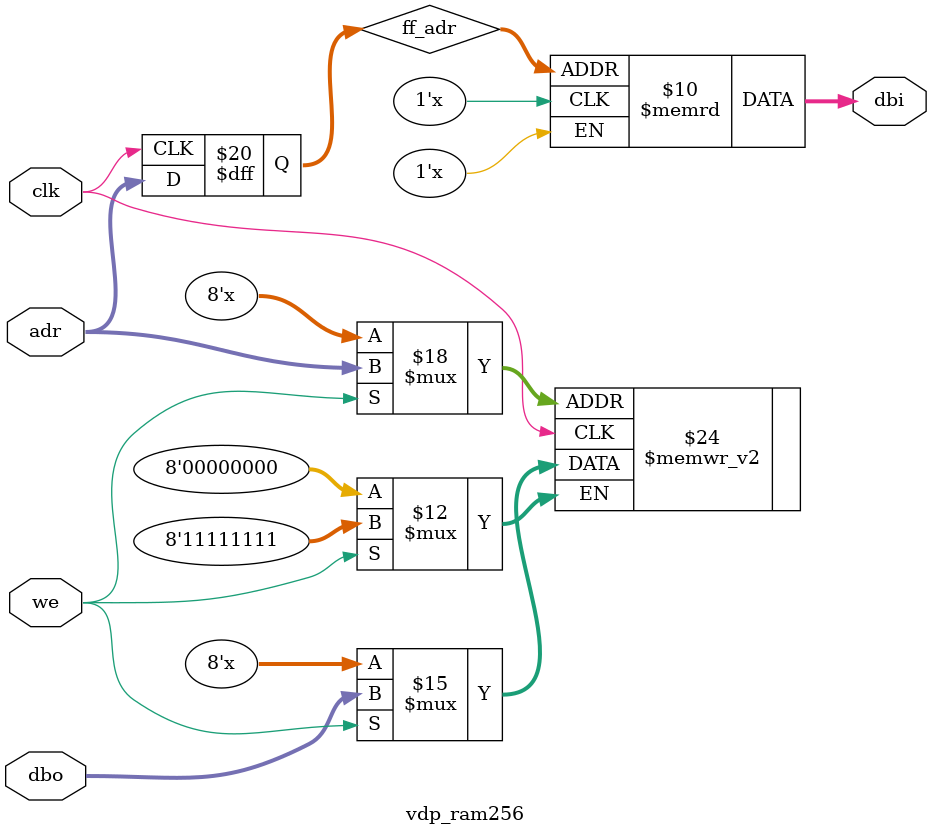
<source format=v>

module vdp_ram256 (
	input			clk,
	input	[7:0]	adr,
	input			we,
	input	[7:0]	dbo,
	output	[7:0]	dbi
);
	reg		[7:0]	ff_block_ram [0:255];
	reg		[7:0]	ff_adr;

	always @( posedge clk ) begin
		if( we ) begin
			ff_block_ram[ adr ] <= dbo;
		end
	end

	always @( posedge clk ) begin
		ff_adr <= adr;
	end

	assign dbi = ff_block_ram[ ff_adr ];
endmodule

</source>
